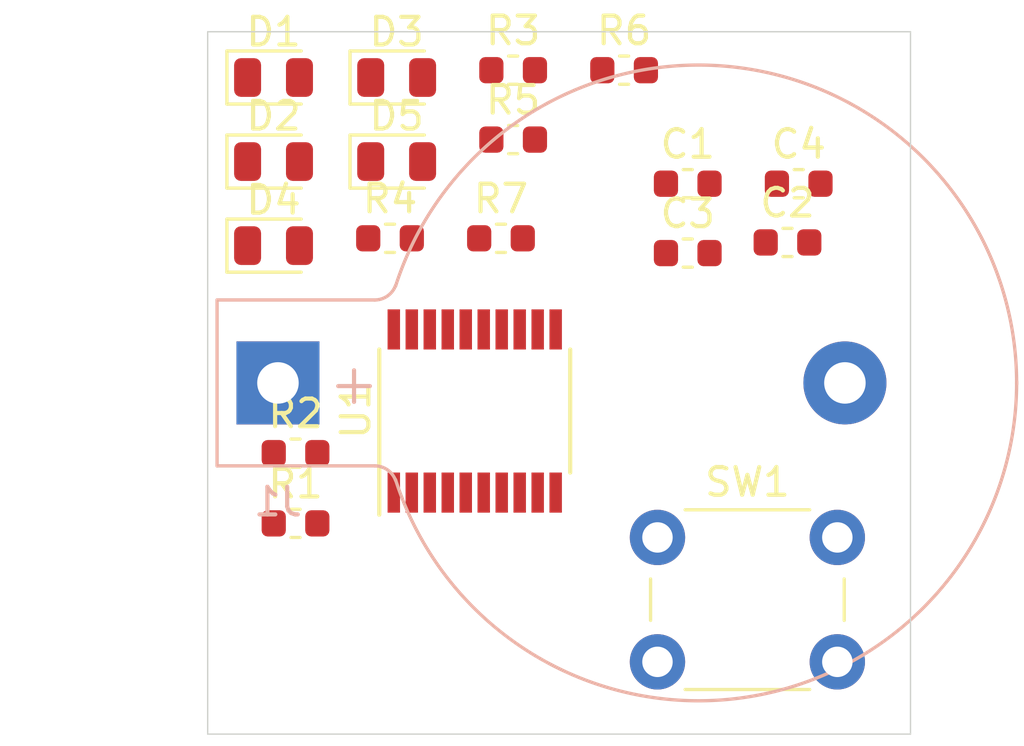
<source format=kicad_pcb>
(kicad_pcb (version 20171130) (host pcbnew "(5.1.2)-1")

  (general
    (thickness 1.6)
    (drawings 5)
    (tracks 0)
    (zones 0)
    (modules 19)
    (nets 33)
  )

  (page A4)
  (layers
    (0 F.Cu signal)
    (31 B.Cu signal)
    (32 B.Adhes user)
    (33 F.Adhes user)
    (34 B.Paste user)
    (35 F.Paste user)
    (36 B.SilkS user)
    (37 F.SilkS user)
    (38 B.Mask user)
    (39 F.Mask user)
    (40 Dwgs.User user)
    (41 Cmts.User user)
    (42 Eco1.User user)
    (43 Eco2.User user)
    (44 Edge.Cuts user)
    (45 Margin user)
    (46 B.CrtYd user)
    (47 F.CrtYd user)
    (48 B.Fab user)
    (49 F.Fab user)
  )

  (setup
    (last_trace_width 0.25)
    (trace_clearance 0.2)
    (zone_clearance 0.508)
    (zone_45_only no)
    (trace_min 0.2)
    (via_size 0.8)
    (via_drill 0.4)
    (via_min_size 0.4)
    (via_min_drill 0.3)
    (uvia_size 0.3)
    (uvia_drill 0.1)
    (uvias_allowed no)
    (uvia_min_size 0.2)
    (uvia_min_drill 0.1)
    (edge_width 0.05)
    (segment_width 0.2)
    (pcb_text_width 0.3)
    (pcb_text_size 1.5 1.5)
    (mod_edge_width 0.12)
    (mod_text_size 1 1)
    (mod_text_width 0.15)
    (pad_size 1.524 1.524)
    (pad_drill 0.762)
    (pad_to_mask_clearance 0.051)
    (solder_mask_min_width 0.25)
    (aux_axis_origin 0 0)
    (visible_elements 7FFFFFFF)
    (pcbplotparams
      (layerselection 0x010fc_ffffffff)
      (usegerberextensions false)
      (usegerberattributes false)
      (usegerberadvancedattributes false)
      (creategerberjobfile false)
      (excludeedgelayer true)
      (linewidth 0.100000)
      (plotframeref false)
      (viasonmask false)
      (mode 1)
      (useauxorigin false)
      (hpglpennumber 1)
      (hpglpenspeed 20)
      (hpglpendiameter 15.000000)
      (psnegative false)
      (psa4output false)
      (plotreference true)
      (plotvalue true)
      (plotinvisibletext false)
      (padsonsilk false)
      (subtractmaskfromsilk false)
      (outputformat 1)
      (mirror false)
      (drillshape 1)
      (scaleselection 1)
      (outputdirectory ""))
  )

  (net 0 "")
  (net 1 VDD)
  (net 2 "Net-(R1-Pad1)")
  (net 3 GND)
  (net 4 "Net-(R2-Pad2)")
  (net 5 "Net-(U1-Pad2)")
  (net 6 "Net-(U1-Pad3)")
  (net 7 "Net-(U1-Pad6)")
  (net 8 "Net-(U1-Pad7)")
  (net 9 "Net-(U1-Pad8)")
  (net 10 "Net-(U1-Pad9)")
  (net 11 "Net-(U1-Pad10)")
  (net 12 "Net-(U1-Pad11)")
  (net 13 "Net-(U1-Pad12)")
  (net 14 "Net-(U1-Pad13)")
  (net 15 "Net-(U1-Pad14)")
  (net 16 "Net-(U1-Pad17)")
  (net 17 "Net-(U1-Pad18)")
  (net 18 "Net-(U1-Pad19)")
  (net 19 "Net-(U1-Pad20)")
  (net 20 "Net-(D1-Pad2)")
  (net 21 "Net-(D2-Pad2)")
  (net 22 "Net-(D3-Pad2)")
  (net 23 "Net-(D4-Pad2)")
  (net 24 "Net-(D5-Pad2)")
  (net 25 /LED1)
  (net 26 /LED2)
  (net 27 /LED3)
  (net 28 /LED4)
  (net 29 /LED5)
  (net 30 VDDA)
  (net 31 "Net-(SW1-Pad2)")
  (net 32 "Net-(SW1-Pad1)")

  (net_class Default "This is the default net class."
    (clearance 0.2)
    (trace_width 0.25)
    (via_dia 0.8)
    (via_drill 0.4)
    (uvia_dia 0.3)
    (uvia_drill 0.1)
    (add_net /LED1)
    (add_net /LED2)
    (add_net /LED3)
    (add_net /LED4)
    (add_net /LED5)
    (add_net GND)
    (add_net "Net-(D1-Pad2)")
    (add_net "Net-(D2-Pad2)")
    (add_net "Net-(D3-Pad2)")
    (add_net "Net-(D4-Pad2)")
    (add_net "Net-(D5-Pad2)")
    (add_net "Net-(R1-Pad1)")
    (add_net "Net-(R2-Pad2)")
    (add_net "Net-(SW1-Pad1)")
    (add_net "Net-(SW1-Pad2)")
    (add_net "Net-(U1-Pad10)")
    (add_net "Net-(U1-Pad11)")
    (add_net "Net-(U1-Pad12)")
    (add_net "Net-(U1-Pad13)")
    (add_net "Net-(U1-Pad14)")
    (add_net "Net-(U1-Pad17)")
    (add_net "Net-(U1-Pad18)")
    (add_net "Net-(U1-Pad19)")
    (add_net "Net-(U1-Pad2)")
    (add_net "Net-(U1-Pad20)")
    (add_net "Net-(U1-Pad3)")
    (add_net "Net-(U1-Pad6)")
    (add_net "Net-(U1-Pad7)")
    (add_net "Net-(U1-Pad8)")
    (add_net "Net-(U1-Pad9)")
    (add_net VDD)
    (add_net VDDA)
  )

  (module Resistor_SMD:R_0603_1608Metric (layer F.Cu) (tedit 5B301BBD) (tstamp 5D2E8C68)
    (at 130.175 93.98)
    (descr "Resistor SMD 0603 (1608 Metric), square (rectangular) end terminal, IPC_7351 nominal, (Body size source: http://www.tortai-tech.com/upload/download/2011102023233369053.pdf), generated with kicad-footprint-generator")
    (tags resistor)
    (path /5D2E7C2F)
    (attr smd)
    (fp_text reference R1 (at 0 -1.43) (layer F.SilkS)
      (effects (font (size 1 1) (thickness 0.15)))
    )
    (fp_text value "10k 0603" (at 0 1.43) (layer F.Fab)
      (effects (font (size 1 1) (thickness 0.15)))
    )
    (fp_text user %R (at 0 0) (layer F.Fab)
      (effects (font (size 0.4 0.4) (thickness 0.06)))
    )
    (fp_line (start 1.48 0.73) (end -1.48 0.73) (layer F.CrtYd) (width 0.05))
    (fp_line (start 1.48 -0.73) (end 1.48 0.73) (layer F.CrtYd) (width 0.05))
    (fp_line (start -1.48 -0.73) (end 1.48 -0.73) (layer F.CrtYd) (width 0.05))
    (fp_line (start -1.48 0.73) (end -1.48 -0.73) (layer F.CrtYd) (width 0.05))
    (fp_line (start -0.162779 0.51) (end 0.162779 0.51) (layer F.SilkS) (width 0.12))
    (fp_line (start -0.162779 -0.51) (end 0.162779 -0.51) (layer F.SilkS) (width 0.12))
    (fp_line (start 0.8 0.4) (end -0.8 0.4) (layer F.Fab) (width 0.1))
    (fp_line (start 0.8 -0.4) (end 0.8 0.4) (layer F.Fab) (width 0.1))
    (fp_line (start -0.8 -0.4) (end 0.8 -0.4) (layer F.Fab) (width 0.1))
    (fp_line (start -0.8 0.4) (end -0.8 -0.4) (layer F.Fab) (width 0.1))
    (pad 2 smd roundrect (at 0.7875 0) (size 0.875 0.95) (layers F.Cu F.Paste F.Mask) (roundrect_rratio 0.25)
      (net 1 VDD))
    (pad 1 smd roundrect (at -0.7875 0) (size 0.875 0.95) (layers F.Cu F.Paste F.Mask) (roundrect_rratio 0.25)
      (net 2 "Net-(R1-Pad1)"))
    (model ${KISYS3DMOD}/Resistor_SMD.3dshapes/R_0603_1608Metric.wrl
      (at (xyz 0 0 0))
      (scale (xyz 1 1 1))
      (rotate (xyz 0 0 0))
    )
  )

  (module Resistor_SMD:R_0603_1608Metric (layer F.Cu) (tedit 5B301BBD) (tstamp 5D2E8C79)
    (at 130.175 91.44)
    (descr "Resistor SMD 0603 (1608 Metric), square (rectangular) end terminal, IPC_7351 nominal, (Body size source: http://www.tortai-tech.com/upload/download/2011102023233369053.pdf), generated with kicad-footprint-generator")
    (tags resistor)
    (path /5D2E7193)
    (attr smd)
    (fp_text reference R2 (at 0 -1.43) (layer F.SilkS)
      (effects (font (size 1 1) (thickness 0.15)))
    )
    (fp_text value "10k 0603" (at 0 1.43) (layer F.Fab)
      (effects (font (size 1 1) (thickness 0.15)))
    )
    (fp_line (start -0.8 0.4) (end -0.8 -0.4) (layer F.Fab) (width 0.1))
    (fp_line (start -0.8 -0.4) (end 0.8 -0.4) (layer F.Fab) (width 0.1))
    (fp_line (start 0.8 -0.4) (end 0.8 0.4) (layer F.Fab) (width 0.1))
    (fp_line (start 0.8 0.4) (end -0.8 0.4) (layer F.Fab) (width 0.1))
    (fp_line (start -0.162779 -0.51) (end 0.162779 -0.51) (layer F.SilkS) (width 0.12))
    (fp_line (start -0.162779 0.51) (end 0.162779 0.51) (layer F.SilkS) (width 0.12))
    (fp_line (start -1.48 0.73) (end -1.48 -0.73) (layer F.CrtYd) (width 0.05))
    (fp_line (start -1.48 -0.73) (end 1.48 -0.73) (layer F.CrtYd) (width 0.05))
    (fp_line (start 1.48 -0.73) (end 1.48 0.73) (layer F.CrtYd) (width 0.05))
    (fp_line (start 1.48 0.73) (end -1.48 0.73) (layer F.CrtYd) (width 0.05))
    (fp_text user %R (at 0 0) (layer F.Fab)
      (effects (font (size 0.4 0.4) (thickness 0.06)))
    )
    (pad 1 smd roundrect (at -0.7875 0) (size 0.875 0.95) (layers F.Cu F.Paste F.Mask) (roundrect_rratio 0.25)
      (net 3 GND))
    (pad 2 smd roundrect (at 0.7875 0) (size 0.875 0.95) (layers F.Cu F.Paste F.Mask) (roundrect_rratio 0.25)
      (net 4 "Net-(R2-Pad2)"))
    (model ${KISYS3DMOD}/Resistor_SMD.3dshapes/R_0603_1608Metric.wrl
      (at (xyz 0 0 0))
      (scale (xyz 1 1 1))
      (rotate (xyz 0 0 0))
    )
  )

  (module Package_SO:TSSOP-20_4.4x6.5mm_P0.65mm (layer F.Cu) (tedit 5A02F25C) (tstamp 5D2E8C9D)
    (at 136.652 89.916 90)
    (descr "20-Lead Plastic Thin Shrink Small Outline (ST)-4.4 mm Body [TSSOP] (see Microchip Packaging Specification 00000049BS.pdf)")
    (tags "SSOP 0.65")
    (path /5D2E3CF4)
    (attr smd)
    (fp_text reference U1 (at 0 -4.3 90) (layer F.SilkS)
      (effects (font (size 1 1) (thickness 0.15)))
    )
    (fp_text value STM32F030F4Px (at 0 4.3 90) (layer F.Fab)
      (effects (font (size 1 1) (thickness 0.15)))
    )
    (fp_line (start -1.2 -3.25) (end 2.2 -3.25) (layer F.Fab) (width 0.15))
    (fp_line (start 2.2 -3.25) (end 2.2 3.25) (layer F.Fab) (width 0.15))
    (fp_line (start 2.2 3.25) (end -2.2 3.25) (layer F.Fab) (width 0.15))
    (fp_line (start -2.2 3.25) (end -2.2 -2.25) (layer F.Fab) (width 0.15))
    (fp_line (start -2.2 -2.25) (end -1.2 -3.25) (layer F.Fab) (width 0.15))
    (fp_line (start -3.95 -3.55) (end -3.95 3.55) (layer F.CrtYd) (width 0.05))
    (fp_line (start 3.95 -3.55) (end 3.95 3.55) (layer F.CrtYd) (width 0.05))
    (fp_line (start -3.95 -3.55) (end 3.95 -3.55) (layer F.CrtYd) (width 0.05))
    (fp_line (start -3.95 3.55) (end 3.95 3.55) (layer F.CrtYd) (width 0.05))
    (fp_line (start -2.225 3.45) (end 2.225 3.45) (layer F.SilkS) (width 0.15))
    (fp_line (start -3.75 -3.45) (end 2.225 -3.45) (layer F.SilkS) (width 0.15))
    (fp_text user %R (at 0 0 90) (layer F.Fab)
      (effects (font (size 0.8 0.8) (thickness 0.15)))
    )
    (pad 1 smd rect (at -2.95 -2.925 90) (size 1.45 0.45) (layers F.Cu F.Paste F.Mask)
      (net 4 "Net-(R2-Pad2)"))
    (pad 2 smd rect (at -2.95 -2.275 90) (size 1.45 0.45) (layers F.Cu F.Paste F.Mask)
      (net 5 "Net-(U1-Pad2)"))
    (pad 3 smd rect (at -2.95 -1.625 90) (size 1.45 0.45) (layers F.Cu F.Paste F.Mask)
      (net 6 "Net-(U1-Pad3)"))
    (pad 4 smd rect (at -2.95 -0.975 90) (size 1.45 0.45) (layers F.Cu F.Paste F.Mask)
      (net 2 "Net-(R1-Pad1)"))
    (pad 5 smd rect (at -2.95 -0.325 90) (size 1.45 0.45) (layers F.Cu F.Paste F.Mask)
      (net 1 VDD))
    (pad 6 smd rect (at -2.95 0.325 90) (size 1.45 0.45) (layers F.Cu F.Paste F.Mask)
      (net 7 "Net-(U1-Pad6)"))
    (pad 7 smd rect (at -2.95 0.975 90) (size 1.45 0.45) (layers F.Cu F.Paste F.Mask)
      (net 8 "Net-(U1-Pad7)"))
    (pad 8 smd rect (at -2.95 1.625 90) (size 1.45 0.45) (layers F.Cu F.Paste F.Mask)
      (net 9 "Net-(U1-Pad8)"))
    (pad 9 smd rect (at -2.95 2.275 90) (size 1.45 0.45) (layers F.Cu F.Paste F.Mask)
      (net 10 "Net-(U1-Pad9)"))
    (pad 10 smd rect (at -2.95 2.925 90) (size 1.45 0.45) (layers F.Cu F.Paste F.Mask)
      (net 11 "Net-(U1-Pad10)"))
    (pad 11 smd rect (at 2.95 2.925 90) (size 1.45 0.45) (layers F.Cu F.Paste F.Mask)
      (net 12 "Net-(U1-Pad11)"))
    (pad 12 smd rect (at 2.95 2.275 90) (size 1.45 0.45) (layers F.Cu F.Paste F.Mask)
      (net 13 "Net-(U1-Pad12)"))
    (pad 13 smd rect (at 2.95 1.625 90) (size 1.45 0.45) (layers F.Cu F.Paste F.Mask)
      (net 14 "Net-(U1-Pad13)"))
    (pad 14 smd rect (at 2.95 0.975 90) (size 1.45 0.45) (layers F.Cu F.Paste F.Mask)
      (net 15 "Net-(U1-Pad14)"))
    (pad 15 smd rect (at 2.95 0.325 90) (size 1.45 0.45) (layers F.Cu F.Paste F.Mask)
      (net 3 GND))
    (pad 16 smd rect (at 2.95 -0.325 90) (size 1.45 0.45) (layers F.Cu F.Paste F.Mask)
      (net 1 VDD))
    (pad 17 smd rect (at 2.95 -0.975 90) (size 1.45 0.45) (layers F.Cu F.Paste F.Mask)
      (net 16 "Net-(U1-Pad17)"))
    (pad 18 smd rect (at 2.95 -1.625 90) (size 1.45 0.45) (layers F.Cu F.Paste F.Mask)
      (net 17 "Net-(U1-Pad18)"))
    (pad 19 smd rect (at 2.95 -2.275 90) (size 1.45 0.45) (layers F.Cu F.Paste F.Mask)
      (net 18 "Net-(U1-Pad19)"))
    (pad 20 smd rect (at 2.95 -2.925 90) (size 1.45 0.45) (layers F.Cu F.Paste F.Mask)
      (net 19 "Net-(U1-Pad20)"))
    (model ${KISYS3DMOD}/Package_SO.3dshapes/TSSOP-20_4.4x6.5mm_P0.65mm.wrl
      (at (xyz 0 0 0))
      (scale (xyz 1 1 1))
      (rotate (xyz 0 0 0))
    )
  )

  (module LED_SMD:LED_0805_2012Metric (layer F.Cu) (tedit 5B36C52C) (tstamp 5D2E8FFB)
    (at 129.380001 77.855001)
    (descr "LED SMD 0805 (2012 Metric), square (rectangular) end terminal, IPC_7351 nominal, (Body size source: https://docs.google.com/spreadsheets/d/1BsfQQcO9C6DZCsRaXUlFlo91Tg2WpOkGARC1WS5S8t0/edit?usp=sharing), generated with kicad-footprint-generator")
    (tags diode)
    (path /5D2EB80E)
    (attr smd)
    (fp_text reference D1 (at 0 -1.65) (layer F.SilkS)
      (effects (font (size 1 1) (thickness 0.15)))
    )
    (fp_text value LED (at 0 1.65) (layer F.Fab)
      (effects (font (size 1 1) (thickness 0.15)))
    )
    (fp_line (start 1 -0.6) (end -0.7 -0.6) (layer F.Fab) (width 0.1))
    (fp_line (start -0.7 -0.6) (end -1 -0.3) (layer F.Fab) (width 0.1))
    (fp_line (start -1 -0.3) (end -1 0.6) (layer F.Fab) (width 0.1))
    (fp_line (start -1 0.6) (end 1 0.6) (layer F.Fab) (width 0.1))
    (fp_line (start 1 0.6) (end 1 -0.6) (layer F.Fab) (width 0.1))
    (fp_line (start 1 -0.96) (end -1.685 -0.96) (layer F.SilkS) (width 0.12))
    (fp_line (start -1.685 -0.96) (end -1.685 0.96) (layer F.SilkS) (width 0.12))
    (fp_line (start -1.685 0.96) (end 1 0.96) (layer F.SilkS) (width 0.12))
    (fp_line (start -1.68 0.95) (end -1.68 -0.95) (layer F.CrtYd) (width 0.05))
    (fp_line (start -1.68 -0.95) (end 1.68 -0.95) (layer F.CrtYd) (width 0.05))
    (fp_line (start 1.68 -0.95) (end 1.68 0.95) (layer F.CrtYd) (width 0.05))
    (fp_line (start 1.68 0.95) (end -1.68 0.95) (layer F.CrtYd) (width 0.05))
    (fp_text user %R (at 0 0) (layer F.Fab)
      (effects (font (size 0.5 0.5) (thickness 0.08)))
    )
    (pad 1 smd roundrect (at -0.9375 0) (size 0.975 1.4) (layers F.Cu F.Paste F.Mask) (roundrect_rratio 0.25)
      (net 3 GND))
    (pad 2 smd roundrect (at 0.9375 0) (size 0.975 1.4) (layers F.Cu F.Paste F.Mask) (roundrect_rratio 0.25)
      (net 20 "Net-(D1-Pad2)"))
    (model ${KISYS3DMOD}/LED_SMD.3dshapes/LED_0805_2012Metric.wrl
      (at (xyz 0 0 0))
      (scale (xyz 1 1 1))
      (rotate (xyz 0 0 0))
    )
  )

  (module LED_SMD:LED_0805_2012Metric (layer F.Cu) (tedit 5B36C52C) (tstamp 5D2E900E)
    (at 129.380001 80.895001)
    (descr "LED SMD 0805 (2012 Metric), square (rectangular) end terminal, IPC_7351 nominal, (Body size source: https://docs.google.com/spreadsheets/d/1BsfQQcO9C6DZCsRaXUlFlo91Tg2WpOkGARC1WS5S8t0/edit?usp=sharing), generated with kicad-footprint-generator")
    (tags diode)
    (path /5D2EC725)
    (attr smd)
    (fp_text reference D2 (at 0 -1.65) (layer F.SilkS)
      (effects (font (size 1 1) (thickness 0.15)))
    )
    (fp_text value LED (at 0 1.65) (layer F.Fab)
      (effects (font (size 1 1) (thickness 0.15)))
    )
    (fp_text user %R (at 0 0) (layer F.Fab)
      (effects (font (size 0.5 0.5) (thickness 0.08)))
    )
    (fp_line (start 1.68 0.95) (end -1.68 0.95) (layer F.CrtYd) (width 0.05))
    (fp_line (start 1.68 -0.95) (end 1.68 0.95) (layer F.CrtYd) (width 0.05))
    (fp_line (start -1.68 -0.95) (end 1.68 -0.95) (layer F.CrtYd) (width 0.05))
    (fp_line (start -1.68 0.95) (end -1.68 -0.95) (layer F.CrtYd) (width 0.05))
    (fp_line (start -1.685 0.96) (end 1 0.96) (layer F.SilkS) (width 0.12))
    (fp_line (start -1.685 -0.96) (end -1.685 0.96) (layer F.SilkS) (width 0.12))
    (fp_line (start 1 -0.96) (end -1.685 -0.96) (layer F.SilkS) (width 0.12))
    (fp_line (start 1 0.6) (end 1 -0.6) (layer F.Fab) (width 0.1))
    (fp_line (start -1 0.6) (end 1 0.6) (layer F.Fab) (width 0.1))
    (fp_line (start -1 -0.3) (end -1 0.6) (layer F.Fab) (width 0.1))
    (fp_line (start -0.7 -0.6) (end -1 -0.3) (layer F.Fab) (width 0.1))
    (fp_line (start 1 -0.6) (end -0.7 -0.6) (layer F.Fab) (width 0.1))
    (pad 2 smd roundrect (at 0.9375 0) (size 0.975 1.4) (layers F.Cu F.Paste F.Mask) (roundrect_rratio 0.25)
      (net 21 "Net-(D2-Pad2)"))
    (pad 1 smd roundrect (at -0.9375 0) (size 0.975 1.4) (layers F.Cu F.Paste F.Mask) (roundrect_rratio 0.25)
      (net 3 GND))
    (model ${KISYS3DMOD}/LED_SMD.3dshapes/LED_0805_2012Metric.wrl
      (at (xyz 0 0 0))
      (scale (xyz 1 1 1))
      (rotate (xyz 0 0 0))
    )
  )

  (module LED_SMD:LED_0805_2012Metric (layer F.Cu) (tedit 5B36C52C) (tstamp 5D2E9021)
    (at 133.830001 77.855001)
    (descr "LED SMD 0805 (2012 Metric), square (rectangular) end terminal, IPC_7351 nominal, (Body size source: https://docs.google.com/spreadsheets/d/1BsfQQcO9C6DZCsRaXUlFlo91Tg2WpOkGARC1WS5S8t0/edit?usp=sharing), generated with kicad-footprint-generator")
    (tags diode)
    (path /5D2ECAF1)
    (attr smd)
    (fp_text reference D3 (at 0 -1.65) (layer F.SilkS)
      (effects (font (size 1 1) (thickness 0.15)))
    )
    (fp_text value LED (at 0 1.65) (layer F.Fab)
      (effects (font (size 1 1) (thickness 0.15)))
    )
    (fp_line (start 1 -0.6) (end -0.7 -0.6) (layer F.Fab) (width 0.1))
    (fp_line (start -0.7 -0.6) (end -1 -0.3) (layer F.Fab) (width 0.1))
    (fp_line (start -1 -0.3) (end -1 0.6) (layer F.Fab) (width 0.1))
    (fp_line (start -1 0.6) (end 1 0.6) (layer F.Fab) (width 0.1))
    (fp_line (start 1 0.6) (end 1 -0.6) (layer F.Fab) (width 0.1))
    (fp_line (start 1 -0.96) (end -1.685 -0.96) (layer F.SilkS) (width 0.12))
    (fp_line (start -1.685 -0.96) (end -1.685 0.96) (layer F.SilkS) (width 0.12))
    (fp_line (start -1.685 0.96) (end 1 0.96) (layer F.SilkS) (width 0.12))
    (fp_line (start -1.68 0.95) (end -1.68 -0.95) (layer F.CrtYd) (width 0.05))
    (fp_line (start -1.68 -0.95) (end 1.68 -0.95) (layer F.CrtYd) (width 0.05))
    (fp_line (start 1.68 -0.95) (end 1.68 0.95) (layer F.CrtYd) (width 0.05))
    (fp_line (start 1.68 0.95) (end -1.68 0.95) (layer F.CrtYd) (width 0.05))
    (fp_text user %R (at 0 0) (layer F.Fab)
      (effects (font (size 0.5 0.5) (thickness 0.08)))
    )
    (pad 1 smd roundrect (at -0.9375 0) (size 0.975 1.4) (layers F.Cu F.Paste F.Mask) (roundrect_rratio 0.25)
      (net 3 GND))
    (pad 2 smd roundrect (at 0.9375 0) (size 0.975 1.4) (layers F.Cu F.Paste F.Mask) (roundrect_rratio 0.25)
      (net 22 "Net-(D3-Pad2)"))
    (model ${KISYS3DMOD}/LED_SMD.3dshapes/LED_0805_2012Metric.wrl
      (at (xyz 0 0 0))
      (scale (xyz 1 1 1))
      (rotate (xyz 0 0 0))
    )
  )

  (module LED_SMD:LED_0805_2012Metric (layer F.Cu) (tedit 5B36C52C) (tstamp 5D2E9034)
    (at 129.380001 83.935001)
    (descr "LED SMD 0805 (2012 Metric), square (rectangular) end terminal, IPC_7351 nominal, (Body size source: https://docs.google.com/spreadsheets/d/1BsfQQcO9C6DZCsRaXUlFlo91Tg2WpOkGARC1WS5S8t0/edit?usp=sharing), generated with kicad-footprint-generator")
    (tags diode)
    (path /5D2ECE04)
    (attr smd)
    (fp_text reference D4 (at 0 -1.65) (layer F.SilkS)
      (effects (font (size 1 1) (thickness 0.15)))
    )
    (fp_text value LED (at 0 1.65) (layer F.Fab)
      (effects (font (size 1 1) (thickness 0.15)))
    )
    (fp_text user %R (at 0 0) (layer F.Fab)
      (effects (font (size 0.5 0.5) (thickness 0.08)))
    )
    (fp_line (start 1.68 0.95) (end -1.68 0.95) (layer F.CrtYd) (width 0.05))
    (fp_line (start 1.68 -0.95) (end 1.68 0.95) (layer F.CrtYd) (width 0.05))
    (fp_line (start -1.68 -0.95) (end 1.68 -0.95) (layer F.CrtYd) (width 0.05))
    (fp_line (start -1.68 0.95) (end -1.68 -0.95) (layer F.CrtYd) (width 0.05))
    (fp_line (start -1.685 0.96) (end 1 0.96) (layer F.SilkS) (width 0.12))
    (fp_line (start -1.685 -0.96) (end -1.685 0.96) (layer F.SilkS) (width 0.12))
    (fp_line (start 1 -0.96) (end -1.685 -0.96) (layer F.SilkS) (width 0.12))
    (fp_line (start 1 0.6) (end 1 -0.6) (layer F.Fab) (width 0.1))
    (fp_line (start -1 0.6) (end 1 0.6) (layer F.Fab) (width 0.1))
    (fp_line (start -1 -0.3) (end -1 0.6) (layer F.Fab) (width 0.1))
    (fp_line (start -0.7 -0.6) (end -1 -0.3) (layer F.Fab) (width 0.1))
    (fp_line (start 1 -0.6) (end -0.7 -0.6) (layer F.Fab) (width 0.1))
    (pad 2 smd roundrect (at 0.9375 0) (size 0.975 1.4) (layers F.Cu F.Paste F.Mask) (roundrect_rratio 0.25)
      (net 23 "Net-(D4-Pad2)"))
    (pad 1 smd roundrect (at -0.9375 0) (size 0.975 1.4) (layers F.Cu F.Paste F.Mask) (roundrect_rratio 0.25)
      (net 3 GND))
    (model ${KISYS3DMOD}/LED_SMD.3dshapes/LED_0805_2012Metric.wrl
      (at (xyz 0 0 0))
      (scale (xyz 1 1 1))
      (rotate (xyz 0 0 0))
    )
  )

  (module LED_SMD:LED_0805_2012Metric (layer F.Cu) (tedit 5B36C52C) (tstamp 5D2E9047)
    (at 133.830001 80.895001)
    (descr "LED SMD 0805 (2012 Metric), square (rectangular) end terminal, IPC_7351 nominal, (Body size source: https://docs.google.com/spreadsheets/d/1BsfQQcO9C6DZCsRaXUlFlo91Tg2WpOkGARC1WS5S8t0/edit?usp=sharing), generated with kicad-footprint-generator")
    (tags diode)
    (path /5D2ED25D)
    (attr smd)
    (fp_text reference D5 (at 0 -1.65) (layer F.SilkS)
      (effects (font (size 1 1) (thickness 0.15)))
    )
    (fp_text value LED (at 0 1.65) (layer F.Fab)
      (effects (font (size 1 1) (thickness 0.15)))
    )
    (fp_line (start 1 -0.6) (end -0.7 -0.6) (layer F.Fab) (width 0.1))
    (fp_line (start -0.7 -0.6) (end -1 -0.3) (layer F.Fab) (width 0.1))
    (fp_line (start -1 -0.3) (end -1 0.6) (layer F.Fab) (width 0.1))
    (fp_line (start -1 0.6) (end 1 0.6) (layer F.Fab) (width 0.1))
    (fp_line (start 1 0.6) (end 1 -0.6) (layer F.Fab) (width 0.1))
    (fp_line (start 1 -0.96) (end -1.685 -0.96) (layer F.SilkS) (width 0.12))
    (fp_line (start -1.685 -0.96) (end -1.685 0.96) (layer F.SilkS) (width 0.12))
    (fp_line (start -1.685 0.96) (end 1 0.96) (layer F.SilkS) (width 0.12))
    (fp_line (start -1.68 0.95) (end -1.68 -0.95) (layer F.CrtYd) (width 0.05))
    (fp_line (start -1.68 -0.95) (end 1.68 -0.95) (layer F.CrtYd) (width 0.05))
    (fp_line (start 1.68 -0.95) (end 1.68 0.95) (layer F.CrtYd) (width 0.05))
    (fp_line (start 1.68 0.95) (end -1.68 0.95) (layer F.CrtYd) (width 0.05))
    (fp_text user %R (at 0 0) (layer F.Fab)
      (effects (font (size 0.5 0.5) (thickness 0.08)))
    )
    (pad 1 smd roundrect (at -0.9375 0) (size 0.975 1.4) (layers F.Cu F.Paste F.Mask) (roundrect_rratio 0.25)
      (net 3 GND))
    (pad 2 smd roundrect (at 0.9375 0) (size 0.975 1.4) (layers F.Cu F.Paste F.Mask) (roundrect_rratio 0.25)
      (net 24 "Net-(D5-Pad2)"))
    (model ${KISYS3DMOD}/LED_SMD.3dshapes/LED_0805_2012Metric.wrl
      (at (xyz 0 0 0))
      (scale (xyz 1 1 1))
      (rotate (xyz 0 0 0))
    )
  )

  (module Resistor_SMD:R_0603_1608Metric (layer F.Cu) (tedit 5B301BBD) (tstamp 5D2E9058)
    (at 138.040001 77.590001)
    (descr "Resistor SMD 0603 (1608 Metric), square (rectangular) end terminal, IPC_7351 nominal, (Body size source: http://www.tortai-tech.com/upload/download/2011102023233369053.pdf), generated with kicad-footprint-generator")
    (tags resistor)
    (path /5D2EA0DC)
    (attr smd)
    (fp_text reference R3 (at 0 -1.43) (layer F.SilkS)
      (effects (font (size 1 1) (thickness 0.15)))
    )
    (fp_text value "1k 0603" (at 0 1.43) (layer F.Fab)
      (effects (font (size 1 1) (thickness 0.15)))
    )
    (fp_line (start -0.8 0.4) (end -0.8 -0.4) (layer F.Fab) (width 0.1))
    (fp_line (start -0.8 -0.4) (end 0.8 -0.4) (layer F.Fab) (width 0.1))
    (fp_line (start 0.8 -0.4) (end 0.8 0.4) (layer F.Fab) (width 0.1))
    (fp_line (start 0.8 0.4) (end -0.8 0.4) (layer F.Fab) (width 0.1))
    (fp_line (start -0.162779 -0.51) (end 0.162779 -0.51) (layer F.SilkS) (width 0.12))
    (fp_line (start -0.162779 0.51) (end 0.162779 0.51) (layer F.SilkS) (width 0.12))
    (fp_line (start -1.48 0.73) (end -1.48 -0.73) (layer F.CrtYd) (width 0.05))
    (fp_line (start -1.48 -0.73) (end 1.48 -0.73) (layer F.CrtYd) (width 0.05))
    (fp_line (start 1.48 -0.73) (end 1.48 0.73) (layer F.CrtYd) (width 0.05))
    (fp_line (start 1.48 0.73) (end -1.48 0.73) (layer F.CrtYd) (width 0.05))
    (fp_text user %R (at 0 0) (layer F.Fab)
      (effects (font (size 0.4 0.4) (thickness 0.06)))
    )
    (pad 1 smd roundrect (at -0.7875 0) (size 0.875 0.95) (layers F.Cu F.Paste F.Mask) (roundrect_rratio 0.25)
      (net 20 "Net-(D1-Pad2)"))
    (pad 2 smd roundrect (at 0.7875 0) (size 0.875 0.95) (layers F.Cu F.Paste F.Mask) (roundrect_rratio 0.25)
      (net 25 /LED1))
    (model ${KISYS3DMOD}/Resistor_SMD.3dshapes/R_0603_1608Metric.wrl
      (at (xyz 0 0 0))
      (scale (xyz 1 1 1))
      (rotate (xyz 0 0 0))
    )
  )

  (module Resistor_SMD:R_0603_1608Metric (layer F.Cu) (tedit 5B301BBD) (tstamp 5D2E9069)
    (at 133.590001 83.670001)
    (descr "Resistor SMD 0603 (1608 Metric), square (rectangular) end terminal, IPC_7351 nominal, (Body size source: http://www.tortai-tech.com/upload/download/2011102023233369053.pdf), generated with kicad-footprint-generator")
    (tags resistor)
    (path /5D2EAA10)
    (attr smd)
    (fp_text reference R4 (at 0 -1.43) (layer F.SilkS)
      (effects (font (size 1 1) (thickness 0.15)))
    )
    (fp_text value "1k 0603" (at 0 1.43) (layer F.Fab)
      (effects (font (size 1 1) (thickness 0.15)))
    )
    (fp_text user %R (at 0 0) (layer F.Fab)
      (effects (font (size 0.4 0.4) (thickness 0.06)))
    )
    (fp_line (start 1.48 0.73) (end -1.48 0.73) (layer F.CrtYd) (width 0.05))
    (fp_line (start 1.48 -0.73) (end 1.48 0.73) (layer F.CrtYd) (width 0.05))
    (fp_line (start -1.48 -0.73) (end 1.48 -0.73) (layer F.CrtYd) (width 0.05))
    (fp_line (start -1.48 0.73) (end -1.48 -0.73) (layer F.CrtYd) (width 0.05))
    (fp_line (start -0.162779 0.51) (end 0.162779 0.51) (layer F.SilkS) (width 0.12))
    (fp_line (start -0.162779 -0.51) (end 0.162779 -0.51) (layer F.SilkS) (width 0.12))
    (fp_line (start 0.8 0.4) (end -0.8 0.4) (layer F.Fab) (width 0.1))
    (fp_line (start 0.8 -0.4) (end 0.8 0.4) (layer F.Fab) (width 0.1))
    (fp_line (start -0.8 -0.4) (end 0.8 -0.4) (layer F.Fab) (width 0.1))
    (fp_line (start -0.8 0.4) (end -0.8 -0.4) (layer F.Fab) (width 0.1))
    (pad 2 smd roundrect (at 0.7875 0) (size 0.875 0.95) (layers F.Cu F.Paste F.Mask) (roundrect_rratio 0.25)
      (net 26 /LED2))
    (pad 1 smd roundrect (at -0.7875 0) (size 0.875 0.95) (layers F.Cu F.Paste F.Mask) (roundrect_rratio 0.25)
      (net 21 "Net-(D2-Pad2)"))
    (model ${KISYS3DMOD}/Resistor_SMD.3dshapes/R_0603_1608Metric.wrl
      (at (xyz 0 0 0))
      (scale (xyz 1 1 1))
      (rotate (xyz 0 0 0))
    )
  )

  (module Resistor_SMD:R_0603_1608Metric (layer F.Cu) (tedit 5B301BBD) (tstamp 5D2E907A)
    (at 138.040001 80.100001)
    (descr "Resistor SMD 0603 (1608 Metric), square (rectangular) end terminal, IPC_7351 nominal, (Body size source: http://www.tortai-tech.com/upload/download/2011102023233369053.pdf), generated with kicad-footprint-generator")
    (tags resistor)
    (path /5D2EAD87)
    (attr smd)
    (fp_text reference R5 (at 0 -1.43) (layer F.SilkS)
      (effects (font (size 1 1) (thickness 0.15)))
    )
    (fp_text value "1k 0603" (at 0 1.43) (layer F.Fab)
      (effects (font (size 1 1) (thickness 0.15)))
    )
    (fp_line (start -0.8 0.4) (end -0.8 -0.4) (layer F.Fab) (width 0.1))
    (fp_line (start -0.8 -0.4) (end 0.8 -0.4) (layer F.Fab) (width 0.1))
    (fp_line (start 0.8 -0.4) (end 0.8 0.4) (layer F.Fab) (width 0.1))
    (fp_line (start 0.8 0.4) (end -0.8 0.4) (layer F.Fab) (width 0.1))
    (fp_line (start -0.162779 -0.51) (end 0.162779 -0.51) (layer F.SilkS) (width 0.12))
    (fp_line (start -0.162779 0.51) (end 0.162779 0.51) (layer F.SilkS) (width 0.12))
    (fp_line (start -1.48 0.73) (end -1.48 -0.73) (layer F.CrtYd) (width 0.05))
    (fp_line (start -1.48 -0.73) (end 1.48 -0.73) (layer F.CrtYd) (width 0.05))
    (fp_line (start 1.48 -0.73) (end 1.48 0.73) (layer F.CrtYd) (width 0.05))
    (fp_line (start 1.48 0.73) (end -1.48 0.73) (layer F.CrtYd) (width 0.05))
    (fp_text user %R (at 0 0) (layer F.Fab)
      (effects (font (size 0.4 0.4) (thickness 0.06)))
    )
    (pad 1 smd roundrect (at -0.7875 0) (size 0.875 0.95) (layers F.Cu F.Paste F.Mask) (roundrect_rratio 0.25)
      (net 22 "Net-(D3-Pad2)"))
    (pad 2 smd roundrect (at 0.7875 0) (size 0.875 0.95) (layers F.Cu F.Paste F.Mask) (roundrect_rratio 0.25)
      (net 27 /LED3))
    (model ${KISYS3DMOD}/Resistor_SMD.3dshapes/R_0603_1608Metric.wrl
      (at (xyz 0 0 0))
      (scale (xyz 1 1 1))
      (rotate (xyz 0 0 0))
    )
  )

  (module Resistor_SMD:R_0603_1608Metric (layer F.Cu) (tedit 5B301BBD) (tstamp 5D2E908B)
    (at 142.050001 77.590001)
    (descr "Resistor SMD 0603 (1608 Metric), square (rectangular) end terminal, IPC_7351 nominal, (Body size source: http://www.tortai-tech.com/upload/download/2011102023233369053.pdf), generated with kicad-footprint-generator")
    (tags resistor)
    (path /5D2EB10E)
    (attr smd)
    (fp_text reference R6 (at 0 -1.43) (layer F.SilkS)
      (effects (font (size 1 1) (thickness 0.15)))
    )
    (fp_text value "1k 0603" (at 0 1.43) (layer F.Fab)
      (effects (font (size 1 1) (thickness 0.15)))
    )
    (fp_text user %R (at 0 0) (layer F.Fab)
      (effects (font (size 0.4 0.4) (thickness 0.06)))
    )
    (fp_line (start 1.48 0.73) (end -1.48 0.73) (layer F.CrtYd) (width 0.05))
    (fp_line (start 1.48 -0.73) (end 1.48 0.73) (layer F.CrtYd) (width 0.05))
    (fp_line (start -1.48 -0.73) (end 1.48 -0.73) (layer F.CrtYd) (width 0.05))
    (fp_line (start -1.48 0.73) (end -1.48 -0.73) (layer F.CrtYd) (width 0.05))
    (fp_line (start -0.162779 0.51) (end 0.162779 0.51) (layer F.SilkS) (width 0.12))
    (fp_line (start -0.162779 -0.51) (end 0.162779 -0.51) (layer F.SilkS) (width 0.12))
    (fp_line (start 0.8 0.4) (end -0.8 0.4) (layer F.Fab) (width 0.1))
    (fp_line (start 0.8 -0.4) (end 0.8 0.4) (layer F.Fab) (width 0.1))
    (fp_line (start -0.8 -0.4) (end 0.8 -0.4) (layer F.Fab) (width 0.1))
    (fp_line (start -0.8 0.4) (end -0.8 -0.4) (layer F.Fab) (width 0.1))
    (pad 2 smd roundrect (at 0.7875 0) (size 0.875 0.95) (layers F.Cu F.Paste F.Mask) (roundrect_rratio 0.25)
      (net 28 /LED4))
    (pad 1 smd roundrect (at -0.7875 0) (size 0.875 0.95) (layers F.Cu F.Paste F.Mask) (roundrect_rratio 0.25)
      (net 23 "Net-(D4-Pad2)"))
    (model ${KISYS3DMOD}/Resistor_SMD.3dshapes/R_0603_1608Metric.wrl
      (at (xyz 0 0 0))
      (scale (xyz 1 1 1))
      (rotate (xyz 0 0 0))
    )
  )

  (module Resistor_SMD:R_0603_1608Metric (layer F.Cu) (tedit 5B301BBD) (tstamp 5D2E909C)
    (at 137.600001 83.670001)
    (descr "Resistor SMD 0603 (1608 Metric), square (rectangular) end terminal, IPC_7351 nominal, (Body size source: http://www.tortai-tech.com/upload/download/2011102023233369053.pdf), generated with kicad-footprint-generator")
    (tags resistor)
    (path /5D2EB384)
    (attr smd)
    (fp_text reference R7 (at 0 -1.43) (layer F.SilkS)
      (effects (font (size 1 1) (thickness 0.15)))
    )
    (fp_text value "1k 0603" (at 0 1.43) (layer F.Fab)
      (effects (font (size 1 1) (thickness 0.15)))
    )
    (fp_line (start -0.8 0.4) (end -0.8 -0.4) (layer F.Fab) (width 0.1))
    (fp_line (start -0.8 -0.4) (end 0.8 -0.4) (layer F.Fab) (width 0.1))
    (fp_line (start 0.8 -0.4) (end 0.8 0.4) (layer F.Fab) (width 0.1))
    (fp_line (start 0.8 0.4) (end -0.8 0.4) (layer F.Fab) (width 0.1))
    (fp_line (start -0.162779 -0.51) (end 0.162779 -0.51) (layer F.SilkS) (width 0.12))
    (fp_line (start -0.162779 0.51) (end 0.162779 0.51) (layer F.SilkS) (width 0.12))
    (fp_line (start -1.48 0.73) (end -1.48 -0.73) (layer F.CrtYd) (width 0.05))
    (fp_line (start -1.48 -0.73) (end 1.48 -0.73) (layer F.CrtYd) (width 0.05))
    (fp_line (start 1.48 -0.73) (end 1.48 0.73) (layer F.CrtYd) (width 0.05))
    (fp_line (start 1.48 0.73) (end -1.48 0.73) (layer F.CrtYd) (width 0.05))
    (fp_text user %R (at 0 0) (layer F.Fab)
      (effects (font (size 0.4 0.4) (thickness 0.06)))
    )
    (pad 1 smd roundrect (at -0.7875 0) (size 0.875 0.95) (layers F.Cu F.Paste F.Mask) (roundrect_rratio 0.25)
      (net 24 "Net-(D5-Pad2)"))
    (pad 2 smd roundrect (at 0.7875 0) (size 0.875 0.95) (layers F.Cu F.Paste F.Mask) (roundrect_rratio 0.25)
      (net 29 /LED5))
    (model ${KISYS3DMOD}/Resistor_SMD.3dshapes/R_0603_1608Metric.wrl
      (at (xyz 0 0 0))
      (scale (xyz 1 1 1))
      (rotate (xyz 0 0 0))
    )
  )

  (module Capacitor_SMD:C_0603_1608Metric (layer F.Cu) (tedit 5B301BBE) (tstamp 5D2E9C77)
    (at 144.350001 81.695001)
    (descr "Capacitor SMD 0603 (1608 Metric), square (rectangular) end terminal, IPC_7351 nominal, (Body size source: http://www.tortai-tech.com/upload/download/2011102023233369053.pdf), generated with kicad-footprint-generator")
    (tags capacitor)
    (path /5D302430)
    (attr smd)
    (fp_text reference C1 (at 0 -1.43) (layer F.SilkS)
      (effects (font (size 1 1) (thickness 0.15)))
    )
    (fp_text value "100nF 0603" (at 0 1.43) (layer F.Fab)
      (effects (font (size 1 1) (thickness 0.15)))
    )
    (fp_line (start -0.8 0.4) (end -0.8 -0.4) (layer F.Fab) (width 0.1))
    (fp_line (start -0.8 -0.4) (end 0.8 -0.4) (layer F.Fab) (width 0.1))
    (fp_line (start 0.8 -0.4) (end 0.8 0.4) (layer F.Fab) (width 0.1))
    (fp_line (start 0.8 0.4) (end -0.8 0.4) (layer F.Fab) (width 0.1))
    (fp_line (start -0.162779 -0.51) (end 0.162779 -0.51) (layer F.SilkS) (width 0.12))
    (fp_line (start -0.162779 0.51) (end 0.162779 0.51) (layer F.SilkS) (width 0.12))
    (fp_line (start -1.48 0.73) (end -1.48 -0.73) (layer F.CrtYd) (width 0.05))
    (fp_line (start -1.48 -0.73) (end 1.48 -0.73) (layer F.CrtYd) (width 0.05))
    (fp_line (start 1.48 -0.73) (end 1.48 0.73) (layer F.CrtYd) (width 0.05))
    (fp_line (start 1.48 0.73) (end -1.48 0.73) (layer F.CrtYd) (width 0.05))
    (fp_text user %R (at 0 0) (layer F.Fab)
      (effects (font (size 0.4 0.4) (thickness 0.06)))
    )
    (pad 1 smd roundrect (at -0.7875 0) (size 0.875 0.95) (layers F.Cu F.Paste F.Mask) (roundrect_rratio 0.25)
      (net 1 VDD))
    (pad 2 smd roundrect (at 0.7875 0) (size 0.875 0.95) (layers F.Cu F.Paste F.Mask) (roundrect_rratio 0.25)
      (net 3 GND))
    (model ${KISYS3DMOD}/Capacitor_SMD.3dshapes/C_0603_1608Metric.wrl
      (at (xyz 0 0 0))
      (scale (xyz 1 1 1))
      (rotate (xyz 0 0 0))
    )
  )

  (module Capacitor_SMD:C_0603_1608Metric (layer F.Cu) (tedit 5B301BBE) (tstamp 5D2E9C47)
    (at 147.955 83.82)
    (descr "Capacitor SMD 0603 (1608 Metric), square (rectangular) end terminal, IPC_7351 nominal, (Body size source: http://www.tortai-tech.com/upload/download/2011102023233369053.pdf), generated with kicad-footprint-generator")
    (tags capacitor)
    (path /5D302436)
    (attr smd)
    (fp_text reference C2 (at 0 -1.43) (layer F.SilkS)
      (effects (font (size 1 1) (thickness 0.15)))
    )
    (fp_text value "330nF 0603" (at 0 1.43) (layer F.Fab)
      (effects (font (size 1 1) (thickness 0.15)))
    )
    (fp_text user %R (at 0 0) (layer F.Fab)
      (effects (font (size 0.4 0.4) (thickness 0.06)))
    )
    (fp_line (start 1.48 0.73) (end -1.48 0.73) (layer F.CrtYd) (width 0.05))
    (fp_line (start 1.48 -0.73) (end 1.48 0.73) (layer F.CrtYd) (width 0.05))
    (fp_line (start -1.48 -0.73) (end 1.48 -0.73) (layer F.CrtYd) (width 0.05))
    (fp_line (start -1.48 0.73) (end -1.48 -0.73) (layer F.CrtYd) (width 0.05))
    (fp_line (start -0.162779 0.51) (end 0.162779 0.51) (layer F.SilkS) (width 0.12))
    (fp_line (start -0.162779 -0.51) (end 0.162779 -0.51) (layer F.SilkS) (width 0.12))
    (fp_line (start 0.8 0.4) (end -0.8 0.4) (layer F.Fab) (width 0.1))
    (fp_line (start 0.8 -0.4) (end 0.8 0.4) (layer F.Fab) (width 0.1))
    (fp_line (start -0.8 -0.4) (end 0.8 -0.4) (layer F.Fab) (width 0.1))
    (fp_line (start -0.8 0.4) (end -0.8 -0.4) (layer F.Fab) (width 0.1))
    (pad 2 smd roundrect (at 0.7875 0) (size 0.875 0.95) (layers F.Cu F.Paste F.Mask) (roundrect_rratio 0.25)
      (net 3 GND))
    (pad 1 smd roundrect (at -0.7875 0) (size 0.875 0.95) (layers F.Cu F.Paste F.Mask) (roundrect_rratio 0.25)
      (net 1 VDD))
    (model ${KISYS3DMOD}/Capacitor_SMD.3dshapes/C_0603_1608Metric.wrl
      (at (xyz 0 0 0))
      (scale (xyz 1 1 1))
      (rotate (xyz 0 0 0))
    )
  )

  (module Capacitor_SMD:C_0603_1608Metric (layer F.Cu) (tedit 5B301BBE) (tstamp 5D2E9C17)
    (at 144.350001 84.205001)
    (descr "Capacitor SMD 0603 (1608 Metric), square (rectangular) end terminal, IPC_7351 nominal, (Body size source: http://www.tortai-tech.com/upload/download/2011102023233369053.pdf), generated with kicad-footprint-generator")
    (tags capacitor)
    (path /5D2FE46E)
    (attr smd)
    (fp_text reference C3 (at 0 -1.43) (layer F.SilkS)
      (effects (font (size 1 1) (thickness 0.15)))
    )
    (fp_text value "100nF 0603" (at 0 1.43) (layer F.Fab)
      (effects (font (size 1 1) (thickness 0.15)))
    )
    (fp_line (start -0.8 0.4) (end -0.8 -0.4) (layer F.Fab) (width 0.1))
    (fp_line (start -0.8 -0.4) (end 0.8 -0.4) (layer F.Fab) (width 0.1))
    (fp_line (start 0.8 -0.4) (end 0.8 0.4) (layer F.Fab) (width 0.1))
    (fp_line (start 0.8 0.4) (end -0.8 0.4) (layer F.Fab) (width 0.1))
    (fp_line (start -0.162779 -0.51) (end 0.162779 -0.51) (layer F.SilkS) (width 0.12))
    (fp_line (start -0.162779 0.51) (end 0.162779 0.51) (layer F.SilkS) (width 0.12))
    (fp_line (start -1.48 0.73) (end -1.48 -0.73) (layer F.CrtYd) (width 0.05))
    (fp_line (start -1.48 -0.73) (end 1.48 -0.73) (layer F.CrtYd) (width 0.05))
    (fp_line (start 1.48 -0.73) (end 1.48 0.73) (layer F.CrtYd) (width 0.05))
    (fp_line (start 1.48 0.73) (end -1.48 0.73) (layer F.CrtYd) (width 0.05))
    (fp_text user %R (at 0 0) (layer F.Fab)
      (effects (font (size 0.4 0.4) (thickness 0.06)))
    )
    (pad 1 smd roundrect (at -0.7875 0) (size 0.875 0.95) (layers F.Cu F.Paste F.Mask) (roundrect_rratio 0.25)
      (net 30 VDDA))
    (pad 2 smd roundrect (at 0.7875 0) (size 0.875 0.95) (layers F.Cu F.Paste F.Mask) (roundrect_rratio 0.25)
      (net 3 GND))
    (model ${KISYS3DMOD}/Capacitor_SMD.3dshapes/C_0603_1608Metric.wrl
      (at (xyz 0 0 0))
      (scale (xyz 1 1 1))
      (rotate (xyz 0 0 0))
    )
  )

  (module Capacitor_SMD:C_0603_1608Metric (layer F.Cu) (tedit 5B301BBE) (tstamp 5D2E9D7F)
    (at 148.360001 81.695001)
    (descr "Capacitor SMD 0603 (1608 Metric), square (rectangular) end terminal, IPC_7351 nominal, (Body size source: http://www.tortai-tech.com/upload/download/2011102023233369053.pdf), generated with kicad-footprint-generator")
    (tags capacitor)
    (path /5D2FEBA0)
    (attr smd)
    (fp_text reference C4 (at 0 -1.43) (layer F.SilkS)
      (effects (font (size 1 1) (thickness 0.15)))
    )
    (fp_text value "330nF 0603" (at 0 1.43) (layer F.Fab)
      (effects (font (size 1 1) (thickness 0.15)))
    )
    (fp_text user %R (at 0 0) (layer F.Fab)
      (effects (font (size 0.4 0.4) (thickness 0.06)))
    )
    (fp_line (start 1.48 0.73) (end -1.48 0.73) (layer F.CrtYd) (width 0.05))
    (fp_line (start 1.48 -0.73) (end 1.48 0.73) (layer F.CrtYd) (width 0.05))
    (fp_line (start -1.48 -0.73) (end 1.48 -0.73) (layer F.CrtYd) (width 0.05))
    (fp_line (start -1.48 0.73) (end -1.48 -0.73) (layer F.CrtYd) (width 0.05))
    (fp_line (start -0.162779 0.51) (end 0.162779 0.51) (layer F.SilkS) (width 0.12))
    (fp_line (start -0.162779 -0.51) (end 0.162779 -0.51) (layer F.SilkS) (width 0.12))
    (fp_line (start 0.8 0.4) (end -0.8 0.4) (layer F.Fab) (width 0.1))
    (fp_line (start 0.8 -0.4) (end 0.8 0.4) (layer F.Fab) (width 0.1))
    (fp_line (start -0.8 -0.4) (end 0.8 -0.4) (layer F.Fab) (width 0.1))
    (fp_line (start -0.8 0.4) (end -0.8 -0.4) (layer F.Fab) (width 0.1))
    (pad 2 smd roundrect (at 0.7875 0) (size 0.875 0.95) (layers F.Cu F.Paste F.Mask) (roundrect_rratio 0.25)
      (net 3 GND))
    (pad 1 smd roundrect (at -0.7875 0) (size 0.875 0.95) (layers F.Cu F.Paste F.Mask) (roundrect_rratio 0.25)
      (net 30 VDDA))
    (model ${KISYS3DMOD}/Capacitor_SMD.3dshapes/C_0603_1608Metric.wrl
      (at (xyz 0 0 0))
      (scale (xyz 1 1 1))
      (rotate (xyz 0 0 0))
    )
  )

  (module Battery:BatteryHolder_Keystone_103_1x20mm (layer B.Cu) (tedit 5787C32C) (tstamp 5D2E9CC1)
    (at 129.54 88.9)
    (descr http://www.keyelco.com/product-pdf.cfm?p=719)
    (tags "Keystone type 103 battery holder")
    (path /5D2FBDFB)
    (fp_text reference J1 (at 0 4.3) (layer B.SilkS)
      (effects (font (size 1 1) (thickness 0.15)) (justify mirror))
    )
    (fp_text value "Coin Cell" (at 15 -13) (layer B.Fab)
      (effects (font (size 1 1) (thickness 0.15)) (justify mirror))
    )
    (fp_text user + (at 2.75 0) (layer B.SilkS)
      (effects (font (size 1.5 1.5) (thickness 0.15)) (justify mirror))
    )
    (fp_text user %R (at 0 0) (layer B.Fab)
      (effects (font (size 1 1) (thickness 0.15)) (justify mirror))
    )
    (fp_arc (start 15.2 0) (end 4.01 -3.6) (angle 162.5) (layer B.CrtYd) (width 0.05))
    (fp_arc (start 15.2 0) (end 4.01 3.6) (angle -162.5) (layer B.CrtYd) (width 0.05))
    (fp_arc (start 3.5 -3.8) (end 3.5 -3.25) (angle -70) (layer B.CrtYd) (width 0.05))
    (fp_arc (start 3.5 3.8) (end 3.5 3.25) (angle 70) (layer B.CrtYd) (width 0.05))
    (fp_arc (start 15.2 0) (end 4.25 -3.5) (angle 162.5) (layer B.SilkS) (width 0.12))
    (fp_arc (start 3.5 -3.8) (end 3.5 -3) (angle -70) (layer B.SilkS) (width 0.12))
    (fp_arc (start 15.2 0) (end 4.25 3.5) (angle -162.5) (layer B.SilkS) (width 0.12))
    (fp_arc (start 3.5 3.8) (end 3.5 3) (angle 70) (layer B.SilkS) (width 0.12))
    (fp_arc (start 3.5 -3.8) (end 3.5 -2.9) (angle -70) (layer B.Fab) (width 0.1))
    (fp_arc (start 15.2 0) (end 4.35 -3.5) (angle 162.5) (layer B.Fab) (width 0.1))
    (fp_arc (start 15.2 0) (end 4.35 3.5) (angle -162.5) (layer B.Fab) (width 0.1))
    (fp_arc (start 15.2 0) (end 5.2 -1.3) (angle 180) (layer B.Fab) (width 0.1))
    (fp_line (start -2.45 3.25) (end 3.5 3.25) (layer B.CrtYd) (width 0.05))
    (fp_line (start -2.45 -3.25) (end 3.5 -3.25) (layer B.CrtYd) (width 0.05))
    (fp_line (start -2.45 -3.25) (end -2.45 3.25) (layer B.CrtYd) (width 0.05))
    (fp_line (start -2.2 3) (end 3.5 3) (layer B.SilkS) (width 0.12))
    (fp_line (start -2.2 -3) (end -2.2 3) (layer B.SilkS) (width 0.12))
    (fp_line (start -2.2 -3) (end 3.5 -3) (layer B.SilkS) (width 0.12))
    (fp_arc (start 15.2 0) (end 9 -1.3) (angle 170) (layer B.Fab) (width 0.1))
    (fp_arc (start 15.2 0) (end 13.3 -1.3) (angle 150) (layer B.Fab) (width 0.1))
    (fp_line (start 23.5712 -7.7216) (end 22.6568 -6.8834) (layer B.Fab) (width 0.1))
    (fp_line (start 23.5712 7.7216) (end 22.6314 6.858) (layer B.Fab) (width 0.1))
    (fp_arc (start 15.2 0) (end 13.3 1.3) (angle -150) (layer B.Fab) (width 0.1))
    (fp_arc (start 15.2 0) (end 9 1.3) (angle -170) (layer B.Fab) (width 0.1))
    (fp_arc (start 15.2 0) (end 5.2 1.3) (angle -180) (layer B.Fab) (width 0.1))
    (fp_line (start 3.5306 2.9) (end -1.7 2.9) (layer B.Fab) (width 0.1))
    (fp_line (start -1.7 -2.9) (end 3.5306 -2.9) (layer B.Fab) (width 0.1))
    (fp_line (start -2.1 2.5) (end -2.1 -2.5) (layer B.Fab) (width 0.1))
    (fp_line (start 0 -1.3) (end 16.2 -1.3) (layer B.Fab) (width 0.1))
    (fp_line (start 16.2 1.3) (end 0 1.3) (layer B.Fab) (width 0.1))
    (fp_arc (start 3.5 3.8) (end 3.5 2.9) (angle 70) (layer B.Fab) (width 0.1))
    (fp_arc (start 16.2 0) (end 16.2 1.3) (angle -180) (layer B.Fab) (width 0.1))
    (fp_line (start 0 1.3) (end 0 -1.3) (layer B.Fab) (width 0.1))
    (fp_arc (start -1.7 -2.5) (end -2.1 -2.5) (angle 90) (layer B.Fab) (width 0.1))
    (fp_arc (start -1.7 2.5) (end -2.1 2.5) (angle -90) (layer B.Fab) (width 0.1))
    (pad 2 thru_hole circle (at 20.49 0) (size 3 3) (drill 1.5) (layers *.Cu *.Mask)
      (net 3 GND))
    (pad 1 thru_hole rect (at 0 0) (size 3 3) (drill 1.5) (layers *.Cu *.Mask)
      (net 30 VDDA))
    (model ${KISYS3DMOD}/Battery.3dshapes/BatteryHolder_Keystone_103_1x20mm.wrl
      (at (xyz 0 0 0))
      (scale (xyz 1 1 1))
      (rotate (xyz 0 0 0))
    )
  )

  (module Button_Switch_THT:SW_PUSH_6mm (layer F.Cu) (tedit 5A02FE31) (tstamp 5D2E9DFA)
    (at 143.256 94.488)
    (descr https://www.omron.com/ecb/products/pdf/en-b3f.pdf)
    (tags "tact sw push 6mm")
    (path /5D2F804C)
    (fp_text reference SW1 (at 3.25 -2) (layer F.SilkS)
      (effects (font (size 1 1) (thickness 0.15)))
    )
    (fp_text value SW_DIP_x02 (at 3.75 6.7) (layer F.Fab)
      (effects (font (size 1 1) (thickness 0.15)))
    )
    (fp_text user %R (at 3.25 2.25) (layer F.Fab)
      (effects (font (size 1 1) (thickness 0.15)))
    )
    (fp_line (start 3.25 -0.75) (end 6.25 -0.75) (layer F.Fab) (width 0.1))
    (fp_line (start 6.25 -0.75) (end 6.25 5.25) (layer F.Fab) (width 0.1))
    (fp_line (start 6.25 5.25) (end 0.25 5.25) (layer F.Fab) (width 0.1))
    (fp_line (start 0.25 5.25) (end 0.25 -0.75) (layer F.Fab) (width 0.1))
    (fp_line (start 0.25 -0.75) (end 3.25 -0.75) (layer F.Fab) (width 0.1))
    (fp_line (start 7.75 6) (end 8 6) (layer F.CrtYd) (width 0.05))
    (fp_line (start 8 6) (end 8 5.75) (layer F.CrtYd) (width 0.05))
    (fp_line (start 7.75 -1.5) (end 8 -1.5) (layer F.CrtYd) (width 0.05))
    (fp_line (start 8 -1.5) (end 8 -1.25) (layer F.CrtYd) (width 0.05))
    (fp_line (start -1.5 -1.25) (end -1.5 -1.5) (layer F.CrtYd) (width 0.05))
    (fp_line (start -1.5 -1.5) (end -1.25 -1.5) (layer F.CrtYd) (width 0.05))
    (fp_line (start -1.5 5.75) (end -1.5 6) (layer F.CrtYd) (width 0.05))
    (fp_line (start -1.5 6) (end -1.25 6) (layer F.CrtYd) (width 0.05))
    (fp_line (start -1.25 -1.5) (end 7.75 -1.5) (layer F.CrtYd) (width 0.05))
    (fp_line (start -1.5 5.75) (end -1.5 -1.25) (layer F.CrtYd) (width 0.05))
    (fp_line (start 7.75 6) (end -1.25 6) (layer F.CrtYd) (width 0.05))
    (fp_line (start 8 -1.25) (end 8 5.75) (layer F.CrtYd) (width 0.05))
    (fp_line (start 1 5.5) (end 5.5 5.5) (layer F.SilkS) (width 0.12))
    (fp_line (start -0.25 1.5) (end -0.25 3) (layer F.SilkS) (width 0.12))
    (fp_line (start 5.5 -1) (end 1 -1) (layer F.SilkS) (width 0.12))
    (fp_line (start 6.75 3) (end 6.75 1.5) (layer F.SilkS) (width 0.12))
    (fp_circle (center 3.25 2.25) (end 1.25 2.5) (layer F.Fab) (width 0.1))
    (pad 2 thru_hole circle (at 0 4.5 90) (size 2 2) (drill 1.1) (layers *.Cu *.Mask)
      (net 31 "Net-(SW1-Pad2)"))
    (pad 1 thru_hole circle (at 0 0 90) (size 2 2) (drill 1.1) (layers *.Cu *.Mask)
      (net 32 "Net-(SW1-Pad1)"))
    (pad 2 thru_hole circle (at 6.5 4.5 90) (size 2 2) (drill 1.1) (layers *.Cu *.Mask)
      (net 31 "Net-(SW1-Pad2)"))
    (pad 1 thru_hole circle (at 6.5 0 90) (size 2 2) (drill 1.1) (layers *.Cu *.Mask)
      (net 32 "Net-(SW1-Pad1)"))
    (model ${KISYS3DMOD}/Button_Switch_THT.3dshapes/SW_PUSH_6mm.wrl
      (at (xyz 0 0 0))
      (scale (xyz 1 1 1))
      (rotate (xyz 0 0 0))
    )
  )

  (dimension 25.4 (width 0.15) (layer Eco1.User)
    (gr_text "1000 mils" (at 123.16 88.9 270) (layer Eco1.User)
      (effects (font (size 1 1) (thickness 0.15)))
    )
    (feature1 (pts (xy 127 101.6) (xy 123.873579 101.6)))
    (feature2 (pts (xy 127 76.2) (xy 123.873579 76.2)))
    (crossbar (pts (xy 124.46 76.2) (xy 124.46 101.6)))
    (arrow1a (pts (xy 124.46 101.6) (xy 123.873579 100.473496)))
    (arrow1b (pts (xy 124.46 101.6) (xy 125.046421 100.473496)))
    (arrow2a (pts (xy 124.46 76.2) (xy 123.873579 77.326504)))
    (arrow2b (pts (xy 124.46 76.2) (xy 125.046421 77.326504)))
  )
  (gr_line (start 152.4 101.6) (end 127 101.6) (layer Edge.Cuts) (width 0.05) (tstamp 5D2E8D69))
  (gr_line (start 152.4 76.2) (end 152.4 101.6) (layer Edge.Cuts) (width 0.05))
  (gr_line (start 127 76.2) (end 152.4 76.2) (layer Edge.Cuts) (width 0.05))
  (gr_line (start 127 101.6) (end 127 76.2) (layer Edge.Cuts) (width 0.05))

)

</source>
